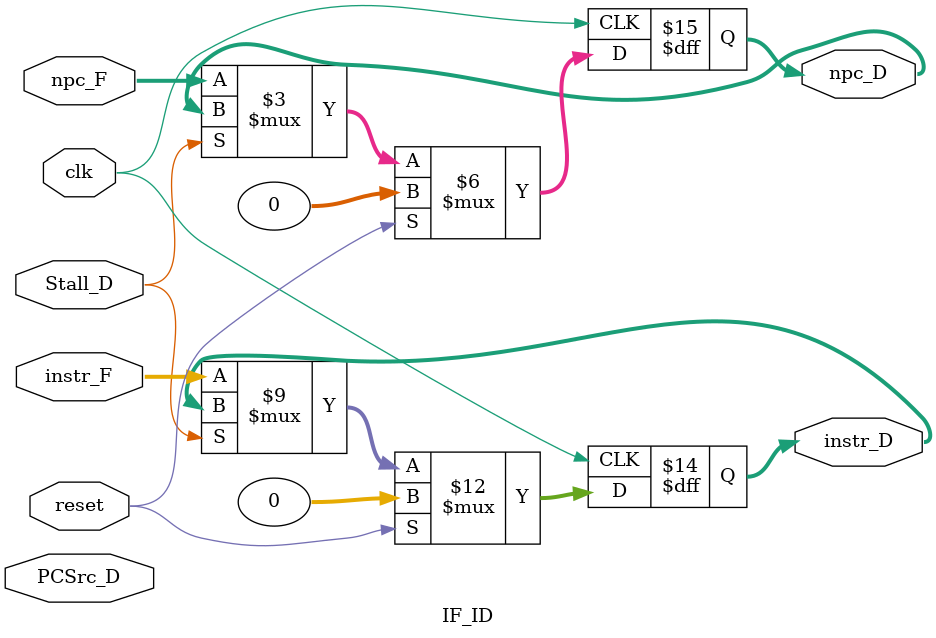
<source format=v>
`timescale 1ns / 1ps
module IF_ID(
    input clk,
    input [31:0] instr_F,
    input Stall_D,
    input PCSrc_D,
    input [31:0] npc_F,
    output reg [31:0] instr_D,
    output reg[31:0] npc_D,
	 input reset
    );
	always @ (posedge clk)
		begin
			if(reset)
			begin
				instr_D<=0;
				npc_D<=0;
			end
			else if(Stall_D)
			begin
				instr_D<=instr_D;
				npc_D<=npc_D;
			end
			else
			begin
				instr_D<=instr_F;
				npc_D<=npc_F;
			end
		end
endmodule

</source>
